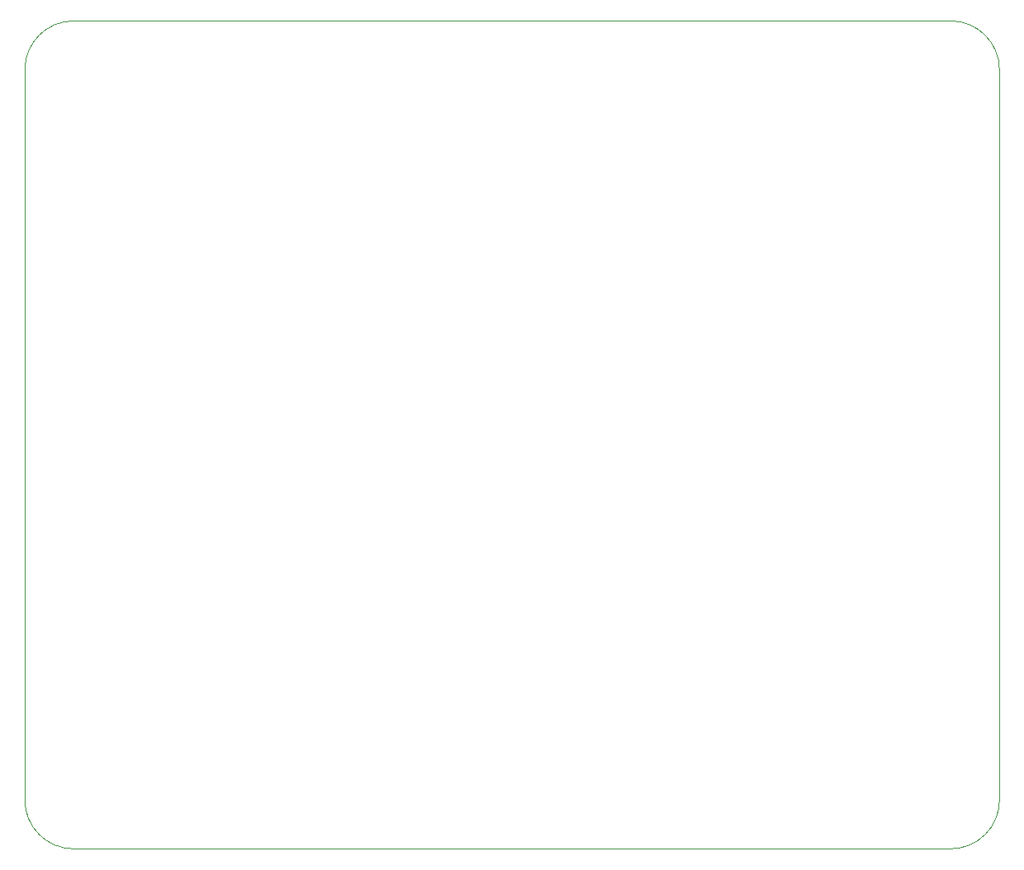
<source format=gm1>
G04 #@! TF.GenerationSoftware,KiCad,Pcbnew,(5.1.2)-1*
G04 #@! TF.CreationDate,2019-08-22T01:38:59+09:00*
G04 #@! TF.ProjectId,AIR_SRV_SIX,4149525f-5352-4565-9f53-49582e6b6963,rev?*
G04 #@! TF.SameCoordinates,PXaba9500PY47868c0*
G04 #@! TF.FileFunction,Profile,NP*
%FSLAX46Y46*%
G04 Gerber Fmt 4.6, Leading zero omitted, Abs format (unit mm)*
G04 Created by KiCad (PCBNEW (5.1.2)-1) date 2019-08-22 01:38:59*
%MOMM*%
%LPD*%
G04 APERTURE LIST*
%ADD10C,0.100000*%
G04 APERTURE END LIST*
D10*
X5000000Y-85000000D02*
G75*
G02X0Y-80000000I0J5000000D01*
G01*
X100000000Y-80000000D02*
G75*
G02X95000000Y-85000000I-5000000J0D01*
G01*
X95000000Y0D02*
G75*
G02X100000000Y-5000000I0J-5000000D01*
G01*
X0Y-5000000D02*
G75*
G02X5000000Y0I5000000J0D01*
G01*
X0Y-80000000D02*
X0Y-5000000D01*
X95000000Y-85000000D02*
X5000000Y-85000000D01*
X100000000Y-5000000D02*
X100000000Y-80000000D01*
X5000000Y0D02*
X95000000Y0D01*
M02*

</source>
